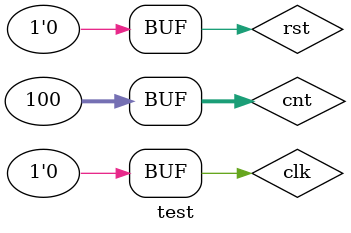
<source format=v>
module test;
	reg clk=1'b0;
	reg rst=1'b0;
	
	wire[5:0]outLED;
	wire[6:0]outOne, outTen;
	
	integer cnt;
	
	system S0(clk, rst, outLED, outOne, outTen);
	
	initial begin
		rst=1'b1;#1rst=1'b0;
		for (cnt=0; cnt<32'd100; cnt=cnt+1)begin
			#1 clk=~clk;
			#1 clk=~clk;
		end
	end
	
	initial $monitor("CNT:%d LED:%b One:%b Ten:%b", cnt, outLED, outOne, outTen);
	
	initial begin
		$dumpfile("test.vcd");
		$dumpvars;
	end

endmodule
</source>
